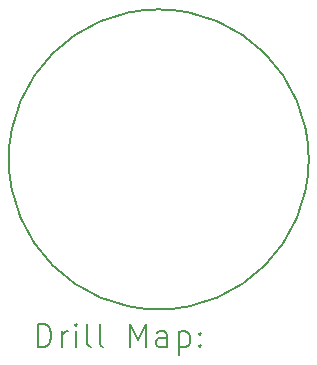
<source format=gbr>
%TF.GenerationSoftware,KiCad,Pcbnew,(6.0.7)*%
%TF.CreationDate,2023-04-27T15:14:57-07:00*%
%TF.ProjectId,OBC-Attempt-3_Dual_Deploy,4f42432d-4174-4746-956d-70742d335f44,rev?*%
%TF.SameCoordinates,Original*%
%TF.FileFunction,Drillmap*%
%TF.FilePolarity,Positive*%
%FSLAX45Y45*%
G04 Gerber Fmt 4.5, Leading zero omitted, Abs format (unit mm)*
G04 Created by KiCad (PCBNEW (6.0.7)) date 2023-04-27 15:14:57*
%MOMM*%
%LPD*%
G01*
G04 APERTURE LIST*
%ADD10C,0.200000*%
G04 APERTURE END LIST*
D10*
X16650000Y-11210000D02*
G75*
G03*
X16650000Y-11210000I-1270000J0D01*
G01*
X14357619Y-12800476D02*
X14357619Y-12600476D01*
X14405238Y-12600476D01*
X14433809Y-12610000D01*
X14452857Y-12629048D01*
X14462381Y-12648095D01*
X14471905Y-12686190D01*
X14471905Y-12714762D01*
X14462381Y-12752857D01*
X14452857Y-12771905D01*
X14433809Y-12790952D01*
X14405238Y-12800476D01*
X14357619Y-12800476D01*
X14557619Y-12800476D02*
X14557619Y-12667143D01*
X14557619Y-12705238D02*
X14567143Y-12686190D01*
X14576667Y-12676667D01*
X14595714Y-12667143D01*
X14614762Y-12667143D01*
X14681428Y-12800476D02*
X14681428Y-12667143D01*
X14681428Y-12600476D02*
X14671905Y-12610000D01*
X14681428Y-12619524D01*
X14690952Y-12610000D01*
X14681428Y-12600476D01*
X14681428Y-12619524D01*
X14805238Y-12800476D02*
X14786190Y-12790952D01*
X14776667Y-12771905D01*
X14776667Y-12600476D01*
X14910000Y-12800476D02*
X14890952Y-12790952D01*
X14881428Y-12771905D01*
X14881428Y-12600476D01*
X15138571Y-12800476D02*
X15138571Y-12600476D01*
X15205238Y-12743333D01*
X15271905Y-12600476D01*
X15271905Y-12800476D01*
X15452857Y-12800476D02*
X15452857Y-12695714D01*
X15443333Y-12676667D01*
X15424286Y-12667143D01*
X15386190Y-12667143D01*
X15367143Y-12676667D01*
X15452857Y-12790952D02*
X15433809Y-12800476D01*
X15386190Y-12800476D01*
X15367143Y-12790952D01*
X15357619Y-12771905D01*
X15357619Y-12752857D01*
X15367143Y-12733809D01*
X15386190Y-12724286D01*
X15433809Y-12724286D01*
X15452857Y-12714762D01*
X15548095Y-12667143D02*
X15548095Y-12867143D01*
X15548095Y-12676667D02*
X15567143Y-12667143D01*
X15605238Y-12667143D01*
X15624286Y-12676667D01*
X15633809Y-12686190D01*
X15643333Y-12705238D01*
X15643333Y-12762381D01*
X15633809Y-12781428D01*
X15624286Y-12790952D01*
X15605238Y-12800476D01*
X15567143Y-12800476D01*
X15548095Y-12790952D01*
X15729048Y-12781428D02*
X15738571Y-12790952D01*
X15729048Y-12800476D01*
X15719524Y-12790952D01*
X15729048Y-12781428D01*
X15729048Y-12800476D01*
X15729048Y-12676667D02*
X15738571Y-12686190D01*
X15729048Y-12695714D01*
X15719524Y-12686190D01*
X15729048Y-12676667D01*
X15729048Y-12695714D01*
M02*

</source>
